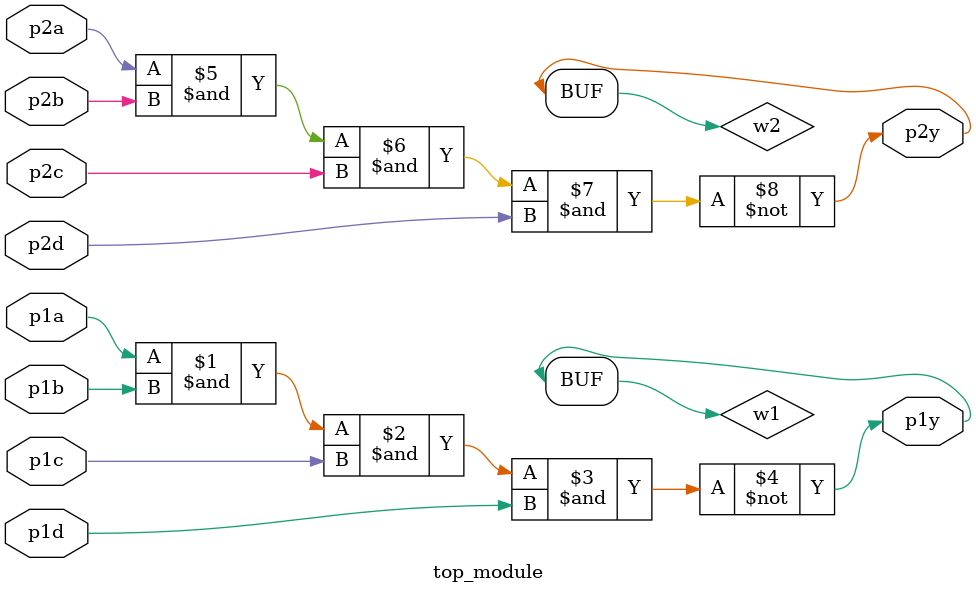
<source format=v>
module top_module ( 
    input p1a, p1b, p1c, p1d,
    output p1y,
    input p2a, p2b, p2c, p2d,
    output p2y );

wire w1,w2;
    
    nand(w1,p1a,p1b,p1c, p1d);
    nand(w2,p2a, p2b, p2c, p2d);
    
    assign p1y=w1;
    assign p2y=w2;
endmodule

</source>
